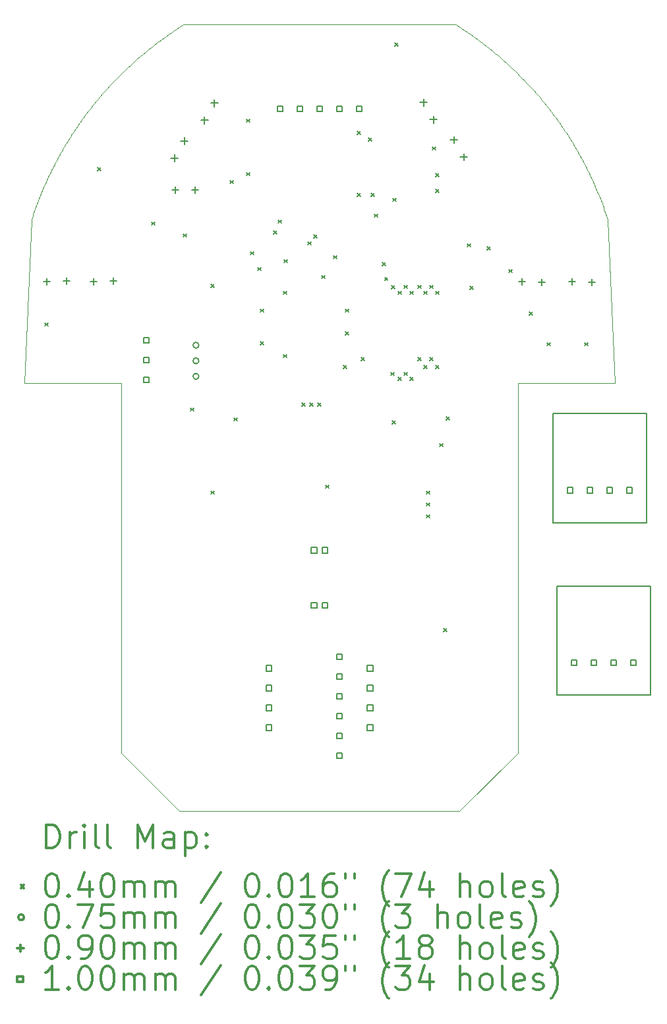
<source format=gbr>
%FSLAX45Y45*%
G04 Gerber Fmt 4.5, Leading zero omitted, Abs format (unit mm)*
G04 Created by KiCad (PCBNEW no-vcs-found-0b1eb56~60~ubuntu17.04.1) date Sun Nov  5 23:12:28 2017*
%MOMM*%
%LPD*%
G01*
G04 APERTURE LIST*
%ADD10C,0.150000*%
%ADD11C,0.100000*%
%ADD12C,0.200000*%
%ADD13C,0.300000*%
G04 APERTURE END LIST*
D10*
X4250000Y-106000D02*
X4250000Y-1506000D01*
X3050000Y-106000D02*
X4250000Y-106000D01*
X3050000Y-1506000D02*
X3050000Y-106000D01*
X4250000Y-1506000D02*
X3050000Y-1506000D01*
X4202000Y2105000D02*
X4202000Y705000D01*
X3002000Y2105000D02*
X4202000Y2105000D01*
X3002000Y705000D02*
X3002000Y2105000D01*
X4202000Y705000D02*
X3002000Y705000D01*
D11*
X2546118Y6472118D02*
X2529642Y6488594D01*
X2865045Y6123769D02*
X2849746Y6142598D01*
X2477860Y6538022D02*
X2460207Y6554498D01*
X2788550Y6214386D02*
X2773251Y6232039D01*
X3248700Y5585946D02*
X3235755Y5605952D01*
X3260469Y5565939D02*
X3248700Y5585946D01*
X-2351956Y6653354D02*
X-2369609Y6636878D01*
X2408425Y6601572D02*
X2390773Y6618048D01*
X-2639109Y6376793D02*
X-2655585Y6360317D01*
X-2623810Y6394445D02*
X-2639109Y6376793D01*
X-2750900Y6256753D02*
X-2766199Y6239100D01*
X-2735601Y6274406D02*
X-2750900Y6256753D01*
X-2842695Y6150836D02*
X-2857994Y6132007D01*
X-2827396Y6168489D02*
X-2842695Y6150836D01*
X-1829432Y7049954D02*
X-1848262Y7037009D01*
X-3368749Y5375288D02*
X-3380518Y5355282D01*
X-3358158Y5396472D02*
X-3368749Y5375288D01*
X-2873293Y6114354D02*
X-2887415Y6095524D01*
X-2857994Y6132007D02*
X-2873293Y6114354D01*
X-3346389Y5416478D02*
X-3358158Y5396472D01*
X-3334621Y5437662D02*
X-3346389Y5416478D01*
X-2078925Y6874603D02*
X-2097755Y6860480D01*
X3146314Y5744821D02*
X3133368Y5764828D01*
X3160436Y5724815D02*
X3146314Y5744821D01*
X-3412293Y5292909D02*
X-3422885Y5271725D01*
X-3401701Y5312915D02*
X-3412293Y5292909D01*
X-3685324Y4644461D02*
X-3692385Y4622101D01*
X-3678262Y4666821D02*
X-3685324Y4644461D01*
X-1868268Y7024063D02*
X-1888275Y7011118D01*
X-3433476Y5250542D02*
X-3444068Y5229358D01*
X-3422885Y5271725D02*
X-3433476Y5250542D01*
X-1888275Y7011118D02*
X-1907104Y6996996D01*
X-2540253Y6476825D02*
X-2557906Y6460349D01*
X-2523777Y6493301D02*
X-2540253Y6476825D01*
X-1809425Y7062899D02*
X-1829432Y7049954D01*
X1869425Y7022886D02*
X1849419Y7035832D01*
X-2403738Y6606279D02*
X-2421390Y6589803D01*
X2996853Y5956655D02*
X2982731Y5975485D01*
X-3494673Y5123441D02*
X-3505265Y5102258D01*
X-3485258Y5144625D02*
X-3494673Y5123441D01*
X2302508Y6695720D02*
X2283679Y6711020D01*
X-3638249Y4777446D02*
X-3646487Y4755086D01*
X-3631188Y4799806D02*
X-3638249Y4777446D01*
X-3533509Y5038708D02*
X-3542924Y5016347D01*
X-3524094Y5059891D02*
X-3533509Y5038708D01*
X2266026Y6726319D02*
X2248373Y6741618D01*
X-3126317Y5776596D02*
X-3139263Y5756590D01*
X-3112195Y5795426D02*
X-3126317Y5776596D01*
X3432290Y5255249D02*
X3420521Y5276433D01*
X3441705Y5234066D02*
X3432290Y5255249D01*
X-1789419Y7074668D02*
X-1809425Y7062899D01*
X2229543Y6755740D02*
X2211891Y6771039D01*
X1849419Y7035832D02*
X1829412Y7048777D01*
X-3474666Y5165808D02*
X-3485258Y5144625D01*
X-3465252Y5186992D02*
X-3474666Y5165808D01*
X-1945941Y6971105D02*
X-1964770Y6956982D01*
X-2439043Y6574504D02*
X-2455519Y6558028D01*
X-2421390Y6589803D02*
X-2439043Y6574504D01*
X-2473172Y6542729D02*
X-2489648Y6526253D01*
X-2455519Y6558028D02*
X-2473172Y6542729D01*
X-3605297Y4864533D02*
X-3613535Y4843350D01*
X-3597059Y4886893D02*
X-3605297Y4864533D01*
X1888255Y7009941D02*
X1869425Y7022886D01*
X-2060096Y6888725D02*
X-2078925Y6874603D01*
X-2171897Y6802814D02*
X-2189550Y6788692D01*
X2894467Y6087286D02*
X2880344Y6106116D01*
X-1769412Y7087613D02*
X-1789419Y7074668D01*
X2426078Y6586273D02*
X2408425Y6601572D01*
X-3622950Y4820989D02*
X-3631188Y4799806D01*
X-3613535Y4843350D02*
X-3622950Y4820989D01*
X-2003607Y6929915D02*
X-2022436Y6916969D01*
X1928268Y6982873D02*
X1908262Y6996996D01*
X2373120Y6633347D02*
X2355467Y6649823D01*
X2495513Y6521546D02*
X2477860Y6538022D01*
X2390773Y6618048D02*
X2373120Y6633347D01*
X1908262Y6996996D02*
X1888255Y7009941D01*
X-3454660Y5208175D02*
X-3465252Y5186992D01*
X-3444068Y5229358D02*
X-3454660Y5208175D01*
X-1750583Y7100559D02*
X-1769412Y7087613D01*
X2562594Y6455642D02*
X2546118Y6472118D01*
X2460207Y6554498D02*
X2443731Y6569797D01*
X1965928Y6955806D02*
X1947098Y6969928D01*
X-2507301Y6509777D02*
X-2523777Y6493301D01*
X-2489648Y6526253D02*
X-2507301Y6509777D01*
X2612021Y6405037D02*
X2595545Y6421513D01*
X-2902715Y6077871D02*
X-2916837Y6059042D01*
X-2887415Y6095524D02*
X-2902715Y6077871D01*
X-2672061Y6342664D02*
X-2687360Y6326188D01*
X-2655585Y6360317D02*
X-2672061Y6342664D01*
X3198095Y5665972D02*
X3185150Y5685978D01*
X3211041Y5645965D02*
X3198095Y5665972D01*
X2694401Y6319127D02*
X2677925Y6336779D01*
X-1925934Y6984050D02*
X-1945941Y6971105D01*
X-3670024Y4689182D02*
X-3678262Y4666821D01*
X-3662963Y4711542D02*
X-3670024Y4689182D01*
X-2607334Y6410921D02*
X-2623810Y6394445D01*
X-2590858Y6427397D02*
X-2607334Y6410921D01*
X-3300492Y5498858D02*
X-3312260Y5477675D01*
X-3288723Y5518865D02*
X-3300492Y5498858D01*
X-2387262Y6621579D02*
X-2403738Y6606279D01*
X-2369609Y6636878D02*
X-2387262Y6621579D01*
X3173382Y5705985D02*
X3160436Y5724815D01*
X3185150Y5685978D02*
X3173382Y5705985D01*
X1947098Y6969928D02*
X1928268Y6982873D01*
X-2334303Y6668653D02*
X-2351956Y6653354D01*
X-2316650Y6683952D02*
X-2334303Y6668653D01*
X-2703836Y6308535D02*
X-2719135Y6292059D01*
X-2687360Y6326188D02*
X-2703836Y6308535D01*
X2355467Y6649823D02*
X2337814Y6665122D01*
X2953309Y6013144D02*
X2939187Y6031974D01*
X-2116585Y6846358D02*
X-2134238Y6832236D01*
X2628497Y6388561D02*
X2612021Y6405037D01*
X2248373Y6741618D02*
X2229543Y6755740D01*
X-1907104Y6996996D02*
X-1925934Y6984050D01*
X2644973Y6370908D02*
X2628497Y6388561D01*
X1800024Y-3000361D02*
X2550187Y-2250197D01*
X-2550207Y-2250197D02*
X-1800043Y-3000361D01*
X2773251Y6232039D02*
X2757952Y6249692D01*
X2677925Y6336779D02*
X2661449Y6354432D01*
X2982731Y5975485D02*
X2968609Y5994314D01*
X2939187Y6031974D02*
X2923888Y6050804D01*
X1750563Y7100559D02*
X-1750583Y7100559D01*
X2211891Y6771039D02*
X2193061Y6786338D01*
X3272237Y5544756D02*
X3260469Y5565939D01*
X3285183Y5524749D02*
X3272237Y5544756D01*
X-3099249Y5815432D02*
X-3112195Y5795426D01*
X-3086304Y5834262D02*
X-3099249Y5815432D01*
X3409930Y5297616D02*
X3399338Y5318799D01*
X3420521Y5276433D02*
X3409930Y5297616D01*
X-3569992Y4951620D02*
X-3579407Y4930437D01*
X-3561754Y4973981D02*
X-3569992Y4951620D01*
X2819148Y6177904D02*
X2803849Y6196734D01*
X2004764Y6928738D02*
X1985934Y6942860D01*
X-3202813Y5658911D02*
X-3215758Y5638904D01*
X-3189867Y5678917D02*
X-3202813Y5658911D01*
X-3276955Y5538871D02*
X-3288723Y5518865D01*
X-3265186Y5558878D02*
X-3276955Y5538871D01*
X-3252241Y5578884D02*
X-3265186Y5558878D01*
X-3240472Y5598891D02*
X-3252241Y5578884D01*
X2283679Y6711020D02*
X2266026Y6726319D01*
X2923888Y6050804D02*
X2909766Y6068456D01*
X-3391110Y5334099D02*
X-3401701Y5312915D01*
X-3380518Y5355282D02*
X-3391110Y5334099D01*
X-3324029Y5457668D02*
X-3334621Y5437662D01*
X-3312260Y5477675D02*
X-3324029Y5457668D01*
X2579069Y6439166D02*
X2562594Y6455642D01*
X3223986Y5625959D02*
X3211041Y5645965D01*
X3235755Y5605952D02*
X3223986Y5625959D01*
X3039220Y5900166D02*
X3025098Y5918996D01*
X-2574382Y6443873D02*
X-2590858Y6427397D01*
X-2557906Y6460349D02*
X-2574382Y6443873D01*
X-1800043Y-3000361D02*
X1800024Y-3000361D01*
X2550187Y-2250197D02*
X2550187Y2500165D01*
X-2550207Y2500165D02*
X-2550207Y-2250197D01*
X2550187Y2500165D02*
X3790769Y2500165D01*
X-2550207Y2500165D02*
X-3790778Y2500165D01*
X3366386Y5381173D02*
X3354617Y5401179D01*
X3376978Y5359989D02*
X3366386Y5381173D01*
X-3178099Y5697747D02*
X-3189867Y5678917D01*
X-3165153Y5717753D02*
X-3178099Y5697747D01*
X2661449Y6354432D02*
X2644973Y6370908D01*
X2337814Y6665122D02*
X2320161Y6680421D01*
X1985934Y6942860D02*
X1965928Y6955806D01*
X3344026Y5422363D02*
X3332257Y5443546D01*
X3354617Y5401179D02*
X3344026Y5422363D01*
X-2226032Y6759271D02*
X-2244862Y6743972D01*
X-2208380Y6773393D02*
X-2226032Y6759271D01*
X-3152208Y5737760D02*
X-3165153Y5717753D01*
X-3139263Y5756590D02*
X-3152208Y5737760D01*
X-2153067Y6818113D02*
X-2171897Y6802814D01*
X3010975Y5937825D02*
X2996853Y5956655D01*
X3388746Y5338806D02*
X3376978Y5359989D01*
X3399338Y5318799D02*
X3388746Y5338806D01*
X-3588821Y4909254D02*
X-3597059Y4886893D01*
X-3579407Y4930437D02*
X-3588821Y4909254D01*
X3654715Y4733902D02*
X3646478Y4756262D01*
X3661777Y4711542D02*
X3654715Y4733902D01*
X3638240Y4778623D02*
X3630002Y4800983D01*
X3646478Y4756262D02*
X3638240Y4778623D01*
X3621764Y4823343D02*
X3613526Y4844527D01*
X3630002Y4800983D02*
X3621764Y4823343D01*
X3605288Y4866887D02*
X3595873Y4889247D01*
X3613526Y4844527D02*
X3605288Y4866887D01*
X3587635Y4910430D02*
X3578220Y4932791D01*
X3595873Y4889247D02*
X3587635Y4910430D01*
X3569982Y4955151D02*
X3560567Y4976334D01*
X3578220Y4932791D02*
X3569982Y4955151D01*
X3551152Y4998695D02*
X3541737Y5019878D01*
X3560567Y4976334D02*
X3551152Y4998695D01*
X3532323Y5041061D02*
X3522908Y5063422D01*
X3541737Y5019878D02*
X3532323Y5041061D01*
X3699436Y4599741D02*
X3692375Y4622101D01*
X3790769Y2500165D02*
X3699436Y4599741D01*
X-2960380Y6003729D02*
X-2974503Y5986076D01*
X-2946258Y6022559D02*
X-2960380Y6003729D01*
X3685314Y4644461D02*
X3678253Y4666821D01*
X3692375Y4622101D02*
X3685314Y4644461D01*
X-2932136Y6041389D02*
X-2946258Y6022559D01*
X-2916837Y6059042D02*
X-2932136Y6041389D01*
X-3016870Y5929587D02*
X-3030992Y5910758D01*
X-3002747Y5948417D02*
X-3016870Y5929587D01*
X3670015Y4689182D02*
X3661777Y4711542D01*
X3678253Y4666821D02*
X3670015Y4689182D01*
X-3227527Y5618897D02*
X-3240472Y5598891D01*
X-3215758Y5638904D02*
X-3227527Y5618897D01*
X2880344Y6106116D02*
X2865045Y6123769D01*
X1770570Y7087613D02*
X1750563Y7100559D01*
X3513493Y5084605D02*
X3502901Y5105788D01*
X3522908Y5063422D02*
X3513493Y5084605D01*
X-2988625Y5967247D02*
X-3002747Y5948417D01*
X-2974503Y5986076D02*
X-2988625Y5967247D01*
X3493486Y5128149D02*
X3482895Y5149332D01*
X3502901Y5105788D02*
X3493486Y5128149D01*
X3473480Y5170516D02*
X3462888Y5191699D01*
X3482895Y5149332D02*
X3473480Y5170516D01*
X-3072182Y5853092D02*
X-3086304Y5834262D01*
X-3059236Y5871921D02*
X-3072182Y5853092D01*
X-3045114Y5891928D02*
X-3059236Y5871921D01*
X-3030992Y5910758D02*
X-3045114Y5891928D01*
X2511989Y6505070D02*
X2495513Y6521546D01*
X-2134238Y6832236D02*
X-2153067Y6818113D01*
X2043600Y6901670D02*
X2023594Y6914616D01*
X3093355Y5823670D02*
X3080410Y5842500D01*
X3107478Y5803664D02*
X3093355Y5823670D01*
X2023594Y6914616D02*
X2004764Y6928738D01*
X-2719125Y6292059D02*
X-2735601Y6274406D01*
X3052165Y5881336D02*
X3039220Y5900166D01*
X2081259Y6873426D02*
X2062430Y6887548D01*
X-2298997Y6699251D02*
X-2316650Y6683952D01*
X-2022436Y6916969D02*
X-2041266Y6902847D01*
X2062430Y6887548D02*
X2043600Y6901670D01*
X2803849Y6196734D02*
X2788550Y6214386D01*
X1789399Y7074668D02*
X1770570Y7087613D01*
X3320488Y5463553D02*
X3308720Y5483559D01*
X3332257Y5443546D02*
X3320488Y5463553D01*
X-2280168Y6714550D02*
X-2298997Y6699251D01*
X-2262515Y6728672D02*
X-2280168Y6714550D01*
X-2041266Y6902847D02*
X-2060096Y6888725D01*
X-1964770Y6956982D02*
X-1983600Y6944037D01*
X2118919Y6844004D02*
X2100089Y6858127D01*
X2174231Y6800461D02*
X2155401Y6815760D01*
X2741476Y6267345D02*
X2726176Y6284998D01*
X-3552339Y4995164D02*
X-3561754Y4973981D01*
X-3542924Y5016347D02*
X-3552339Y4995164D01*
X2757952Y6249692D02*
X2741476Y6267345D01*
X-3699446Y4599741D02*
X-3790778Y2500165D01*
X-3692385Y4622101D02*
X-3699446Y4599741D01*
X-2781499Y6221448D02*
X-2797974Y6203795D01*
X-2766199Y6239100D02*
X-2781499Y6221448D01*
X2968609Y5994314D02*
X2953309Y6013144D01*
X2849746Y6142598D02*
X2834447Y6160251D01*
X2100089Y6858127D02*
X2081259Y6873426D01*
X-1983600Y6944037D02*
X-2003607Y6929915D01*
X2529642Y6488594D02*
X2511989Y6505070D01*
X3120423Y5783657D02*
X3107478Y5803664D01*
X3133368Y5764828D02*
X3120423Y5783657D01*
X1809406Y7061723D02*
X1789399Y7074668D01*
X3296951Y5504743D02*
X3285183Y5524749D01*
X3308720Y5483559D02*
X3296951Y5504743D01*
X2320161Y6680421D02*
X2302508Y6695720D01*
X-3514680Y5081075D02*
X-3524094Y5059891D01*
X-3505265Y5102258D02*
X-3514680Y5081075D01*
X2155401Y6815760D02*
X2137749Y6829882D01*
X-3654725Y4732725D02*
X-3662963Y4711542D01*
X-3646487Y4755086D02*
X-3654725Y4732725D01*
X2137749Y6829882D02*
X2118919Y6844004D01*
X-2189550Y6788692D02*
X-2208380Y6773393D01*
X2834447Y6160251D02*
X2819148Y6177904D01*
X3025098Y5918996D02*
X3010975Y5937825D01*
X3066288Y5861330D02*
X3052165Y5881336D01*
X3080410Y5842500D02*
X3066288Y5861330D01*
X-2813274Y6186142D02*
X-2827396Y6168489D01*
X-2797974Y6203795D02*
X-2813274Y6186142D01*
X2726176Y6284998D02*
X2709700Y6302651D01*
X2595545Y6421513D02*
X2579069Y6439166D01*
X1829412Y7048777D02*
X1809406Y7061723D01*
X3452296Y5212882D02*
X3441705Y5234066D01*
X3462888Y5191699D02*
X3452296Y5212882D01*
X-1848262Y7037009D02*
X-1868268Y7024063D01*
X2909766Y6068456D02*
X2894467Y6087286D01*
X2443731Y6569797D02*
X2426078Y6586273D01*
X-2097755Y6860480D02*
X-2116585Y6846358D01*
X-2244862Y6743972D02*
X-2262515Y6728672D01*
X2709700Y6302651D02*
X2694401Y6319127D01*
X2193061Y6786338D02*
X2174231Y6800461D01*
D12*
X-3525200Y3271200D02*
X-3485200Y3231200D01*
X-3485200Y3271200D02*
X-3525200Y3231200D01*
X-2852100Y5265100D02*
X-2812100Y5225100D01*
X-2812100Y5265100D02*
X-2852100Y5225100D01*
X-2153600Y4566600D02*
X-2113600Y4526600D01*
X-2113600Y4566600D02*
X-2153600Y4526600D01*
X-1747200Y4414200D02*
X-1707200Y4374200D01*
X-1707200Y4414200D02*
X-1747200Y4374200D01*
X-1658300Y2179000D02*
X-1618300Y2139000D01*
X-1618300Y2179000D02*
X-1658300Y2139000D01*
X-1391600Y3766500D02*
X-1351600Y3726500D01*
X-1351600Y3766500D02*
X-1391600Y3726500D01*
X-1391600Y1112200D02*
X-1351600Y1072200D01*
X-1351600Y1112200D02*
X-1391600Y1072200D01*
X-1150300Y5100000D02*
X-1110300Y5060000D01*
X-1110300Y5100000D02*
X-1150300Y5060000D01*
X-1099500Y2052000D02*
X-1059500Y2012000D01*
X-1059500Y2052000D02*
X-1099500Y2012000D01*
X-934400Y5887400D02*
X-894400Y5847400D01*
X-894400Y5887400D02*
X-934400Y5847400D01*
X-934400Y5201600D02*
X-894400Y5161600D01*
X-894400Y5201600D02*
X-934400Y5161600D01*
X-883600Y4185600D02*
X-843600Y4145600D01*
X-843600Y4185600D02*
X-883600Y4145600D01*
X-794700Y3982400D02*
X-754700Y3942400D01*
X-754700Y3982400D02*
X-794700Y3942400D01*
X-756600Y3449000D02*
X-716600Y3409000D01*
X-716600Y3449000D02*
X-756600Y3409000D01*
X-756600Y3029900D02*
X-716600Y2989900D01*
X-716600Y3029900D02*
X-756600Y2989900D01*
X-591500Y4452300D02*
X-551500Y4412300D01*
X-551500Y4452300D02*
X-591500Y4412300D01*
X-528000Y4592000D02*
X-488000Y4552000D01*
X-488000Y4592000D02*
X-528000Y4552000D01*
X-464500Y3677600D02*
X-424500Y3637600D01*
X-424500Y3677600D02*
X-464500Y3637600D01*
X-464500Y2864800D02*
X-424500Y2824800D01*
X-424500Y2864800D02*
X-464500Y2824800D01*
X-451800Y4084000D02*
X-411800Y4044000D01*
X-411800Y4084000D02*
X-451800Y4044000D01*
X-223200Y2242500D02*
X-183200Y2202500D01*
X-183200Y2242500D02*
X-223200Y2202500D01*
X-147000Y4312600D02*
X-107000Y4272600D01*
X-107000Y4312600D02*
X-147000Y4272600D01*
X-121600Y2242500D02*
X-81600Y2202500D01*
X-81600Y2242500D02*
X-121600Y2202500D01*
X-70800Y4401500D02*
X-30800Y4361500D01*
X-30800Y4401500D02*
X-70800Y4361500D01*
X-20000Y2242500D02*
X20000Y2202500D01*
X20000Y2242500D02*
X-20000Y2202500D01*
X30800Y3880800D02*
X70800Y3840800D01*
X70800Y3880800D02*
X30800Y3840800D01*
X81598Y1188400D02*
X121598Y1148400D01*
X121598Y1188400D02*
X81598Y1148400D01*
X183200Y4134800D02*
X223200Y4094800D01*
X223200Y4134800D02*
X183200Y4094800D01*
X310200Y2725099D02*
X350200Y2685099D01*
X350200Y2725099D02*
X310200Y2685099D01*
X335600Y3449000D02*
X375600Y3409000D01*
X375600Y3449000D02*
X335600Y3409000D01*
X335600Y3156900D02*
X375600Y3116900D01*
X375600Y3156900D02*
X335600Y3116900D01*
X486118Y5728501D02*
X526118Y5688501D01*
X526118Y5728501D02*
X486118Y5688501D01*
X488000Y4934900D02*
X528000Y4894900D01*
X528000Y4934900D02*
X488000Y4894900D01*
X538800Y2826700D02*
X578800Y2786700D01*
X578800Y2826700D02*
X538800Y2786700D01*
X627700Y5643500D02*
X667700Y5603500D01*
X667700Y5643500D02*
X627700Y5603500D01*
X665800Y4934900D02*
X705800Y4894900D01*
X705800Y4934900D02*
X665800Y4894900D01*
X703900Y4668200D02*
X743900Y4628200D01*
X743900Y4668200D02*
X703900Y4628200D01*
X805500Y4045900D02*
X845500Y4005900D01*
X845500Y4045900D02*
X805500Y4005900D01*
X836602Y3855400D02*
X876602Y3815400D01*
X876602Y3855400D02*
X836602Y3815400D01*
X919800Y2636200D02*
X959800Y2596200D01*
X959800Y2636200D02*
X919800Y2596200D01*
X926041Y3747863D02*
X966041Y3707863D01*
X966041Y3747863D02*
X926041Y3707863D01*
X932500Y2013900D02*
X972500Y1973900D01*
X972500Y2013900D02*
X932500Y1973900D01*
X945200Y4871400D02*
X985200Y4831400D01*
X985200Y4871400D02*
X945200Y4831400D01*
X970600Y6865300D02*
X1010600Y6825300D01*
X1010600Y6865300D02*
X970600Y6825300D01*
X1008578Y2572596D02*
X1048578Y2532596D01*
X1048578Y2572596D02*
X1008578Y2532596D01*
X1008700Y3677600D02*
X1048700Y3637600D01*
X1048700Y3677600D02*
X1008700Y3637600D01*
X1084795Y2637336D02*
X1124795Y2597336D01*
X1124795Y2637336D02*
X1084795Y2597336D01*
X1084900Y3753800D02*
X1124900Y3713800D01*
X1124900Y3753800D02*
X1084900Y3713800D01*
X1161100Y3677600D02*
X1201100Y3637600D01*
X1201100Y3677600D02*
X1161100Y3637600D01*
X1161100Y2572701D02*
X1201100Y2532701D01*
X1201100Y2572701D02*
X1161100Y2532701D01*
X1262700Y3753800D02*
X1302700Y3713800D01*
X1302700Y3753800D02*
X1262700Y3713800D01*
X1262700Y2826700D02*
X1302700Y2786700D01*
X1302700Y2826700D02*
X1262700Y2786700D01*
X1338900Y3677600D02*
X1378900Y3637600D01*
X1378900Y3677600D02*
X1338900Y3637600D01*
X1339111Y2725311D02*
X1379111Y2685311D01*
X1379111Y2725311D02*
X1339111Y2685311D01*
X1377000Y959800D02*
X1417000Y919800D01*
X1417000Y959800D02*
X1377000Y919800D01*
X1377001Y1112200D02*
X1417001Y1072200D01*
X1417001Y1112200D02*
X1377001Y1072200D01*
X1377003Y807400D02*
X1417003Y767400D01*
X1417003Y807400D02*
X1377003Y767400D01*
X1415100Y3753800D02*
X1455100Y3713800D01*
X1455100Y3753800D02*
X1415100Y3713800D01*
X1415100Y2826700D02*
X1455100Y2786700D01*
X1455100Y2826700D02*
X1415100Y2786700D01*
X1453200Y5531800D02*
X1493200Y5491800D01*
X1493200Y5531800D02*
X1453200Y5491800D01*
X1491299Y4985700D02*
X1531299Y4945700D01*
X1531299Y4985700D02*
X1491299Y4945700D01*
X1491300Y5188900D02*
X1531300Y5148900D01*
X1531300Y5188900D02*
X1491300Y5148900D01*
X1491300Y3677601D02*
X1531300Y3637601D01*
X1531300Y3677601D02*
X1491300Y3637601D01*
X1493534Y2727334D02*
X1533534Y2687334D01*
X1533534Y2727334D02*
X1493534Y2687334D01*
X1542101Y1721800D02*
X1582101Y1681800D01*
X1582101Y1721800D02*
X1542101Y1681800D01*
X1592900Y-653100D02*
X1632900Y-693100D01*
X1632900Y-653100D02*
X1592900Y-693100D01*
X1631000Y2064700D02*
X1671000Y2024700D01*
X1671000Y2064700D02*
X1631000Y2024700D01*
X1897700Y4287200D02*
X1937700Y4247200D01*
X1937700Y4287200D02*
X1897700Y4247200D01*
X1935800Y3741100D02*
X1975800Y3701100D01*
X1975800Y3741100D02*
X1935800Y3701100D01*
X2151701Y4249100D02*
X2191701Y4209100D01*
X2191701Y4249100D02*
X2151701Y4209100D01*
X2431100Y3957000D02*
X2471100Y3917000D01*
X2471100Y3957000D02*
X2431100Y3917000D01*
X2697799Y3410900D02*
X2737799Y3370900D01*
X2737799Y3410900D02*
X2697799Y3370900D01*
X2926400Y3017200D02*
X2966400Y2977200D01*
X2966400Y3017200D02*
X2926400Y2977200D01*
X3409000Y3017200D02*
X3449000Y2977200D01*
X3449000Y3017200D02*
X3409000Y2977200D01*
X-1550000Y2984500D02*
G75*
G03X-1550000Y2984500I-37500J0D01*
G01*
X-1550000Y2784500D02*
G75*
G03X-1550000Y2784500I-37500J0D01*
G01*
X-1550000Y2584500D02*
G75*
G03X-1550000Y2584500I-37500J0D01*
G01*
X-1476270Y5919369D02*
X-1476270Y5829369D01*
X-1521270Y5874369D02*
X-1431270Y5874369D01*
X-1349270Y6139340D02*
X-1349270Y6049340D01*
X-1394270Y6094340D02*
X-1304270Y6094340D01*
X1724780Y5668500D02*
X1724780Y5578501D01*
X1679780Y5623500D02*
X1769780Y5623500D01*
X1851780Y5448530D02*
X1851780Y5358530D01*
X1806780Y5403530D02*
X1896780Y5403530D01*
X-3504905Y3846195D02*
X-3504905Y3756195D01*
X-3549905Y3801195D02*
X-3459905Y3801195D01*
X-3251060Y3855060D02*
X-3251060Y3765060D01*
X-3296060Y3810060D02*
X-3206060Y3810060D01*
X2599445Y3846284D02*
X2599445Y3756284D01*
X2554445Y3801284D02*
X2644445Y3801284D01*
X2853290Y3837420D02*
X2853290Y3747420D01*
X2808290Y3792420D02*
X2898290Y3792420D01*
X3245535Y3846284D02*
X3245535Y3756284D01*
X3200535Y3801284D02*
X3290535Y3801284D01*
X3499380Y3837420D02*
X3499380Y3747420D01*
X3454380Y3792420D02*
X3544380Y3792420D01*
X-1863450Y5432160D02*
X-1863450Y5342160D01*
X-1908450Y5387160D02*
X-1818450Y5387160D01*
X-1736450Y5652130D02*
X-1736450Y5562130D01*
X-1781450Y5607130D02*
X-1691450Y5607130D01*
X-1854200Y5023400D02*
X-1854200Y4933400D01*
X-1899200Y4978400D02*
X-1809200Y4978400D01*
X-1600200Y5023400D02*
X-1600200Y4933400D01*
X-1645200Y4978400D02*
X-1555200Y4978400D01*
X1336420Y6146310D02*
X1336420Y6056310D01*
X1291420Y6101310D02*
X1381420Y6101310D01*
X1463420Y5926340D02*
X1463420Y5836340D01*
X1418420Y5881340D02*
X1508420Y5881340D01*
X-2901185Y3846195D02*
X-2901185Y3756195D01*
X-2946185Y3801195D02*
X-2856185Y3801195D01*
X-2647340Y3855060D02*
X-2647340Y3765060D01*
X-2692340Y3810060D02*
X-2602340Y3810060D01*
X3304356Y-1125556D02*
X3304356Y-1054844D01*
X3233644Y-1054844D01*
X3233644Y-1125556D01*
X3304356Y-1125556D01*
X3558356Y-1125556D02*
X3558356Y-1054844D01*
X3487644Y-1054844D01*
X3487644Y-1125556D01*
X3558356Y-1125556D01*
X3812356Y-1125556D02*
X3812356Y-1054844D01*
X3741644Y-1054844D01*
X3741644Y-1125556D01*
X3812356Y-1125556D01*
X4066356Y-1125556D02*
X4066356Y-1054844D01*
X3995644Y-1054844D01*
X3995644Y-1125556D01*
X4066356Y-1125556D01*
X3256356Y1085444D02*
X3256356Y1156156D01*
X3185644Y1156156D01*
X3185644Y1085444D01*
X3256356Y1085444D01*
X3510356Y1085444D02*
X3510356Y1156156D01*
X3439644Y1156156D01*
X3439644Y1085444D01*
X3510356Y1085444D01*
X3764356Y1085444D02*
X3764356Y1156156D01*
X3693644Y1156156D01*
X3693644Y1085444D01*
X3764356Y1085444D01*
X4018356Y1085444D02*
X4018356Y1156156D01*
X3947644Y1156156D01*
X3947644Y1085444D01*
X4018356Y1085444D01*
X-472644Y5984444D02*
X-472644Y6055156D01*
X-543356Y6055156D01*
X-543356Y5984444D01*
X-472644Y5984444D01*
X-218644Y5984444D02*
X-218644Y6055156D01*
X-289356Y6055156D01*
X-289356Y5984444D01*
X-218644Y5984444D01*
X35356Y5984444D02*
X35356Y6055156D01*
X-35356Y6055156D01*
X-35356Y5984444D01*
X35356Y5984444D01*
X289356Y5984444D02*
X289356Y6055156D01*
X218644Y6055156D01*
X218644Y5984444D01*
X289356Y5984444D01*
X543356Y5984444D02*
X543356Y6055156D01*
X472644Y6055156D01*
X472644Y5984444D01*
X543356Y5984444D01*
X289356Y-1051356D02*
X289356Y-980644D01*
X218644Y-980644D01*
X218644Y-1051356D01*
X289356Y-1051356D01*
X289356Y-1305356D02*
X289356Y-1234644D01*
X218644Y-1234644D01*
X218644Y-1305356D01*
X289356Y-1305356D01*
X289356Y-1559356D02*
X289356Y-1488644D01*
X218644Y-1488644D01*
X218644Y-1559356D01*
X289356Y-1559356D01*
X289356Y-1813356D02*
X289356Y-1742644D01*
X218644Y-1742644D01*
X218644Y-1813356D01*
X289356Y-1813356D01*
X289356Y-2067356D02*
X289356Y-1996644D01*
X218644Y-1996644D01*
X218644Y-2067356D01*
X289356Y-2067356D01*
X289356Y-2321356D02*
X289356Y-2250644D01*
X218644Y-2250644D01*
X218644Y-2321356D01*
X289356Y-2321356D01*
X-2187144Y3012644D02*
X-2187144Y3083356D01*
X-2257856Y3083356D01*
X-2257856Y3012644D01*
X-2187144Y3012644D01*
X-2187144Y2758644D02*
X-2187144Y2829356D01*
X-2257856Y2829356D01*
X-2257856Y2758644D01*
X-2187144Y2758644D01*
X-2187144Y2504644D02*
X-2187144Y2575356D01*
X-2257856Y2575356D01*
X-2257856Y2504644D01*
X-2187144Y2504644D01*
X-614644Y-1200356D02*
X-614644Y-1129644D01*
X-685356Y-1129644D01*
X-685356Y-1200356D01*
X-614644Y-1200356D01*
X-614644Y-1454356D02*
X-614644Y-1383644D01*
X-685356Y-1383644D01*
X-685356Y-1454356D01*
X-614644Y-1454356D01*
X-614644Y-1708356D02*
X-614644Y-1637644D01*
X-685356Y-1637644D01*
X-685356Y-1708356D01*
X-614644Y-1708356D01*
X-614644Y-1962356D02*
X-614644Y-1891644D01*
X-685356Y-1891644D01*
X-685356Y-1962356D01*
X-614644Y-1962356D01*
X-34644Y317644D02*
X-34644Y388356D01*
X-105356Y388356D01*
X-105356Y317644D01*
X-34644Y317644D01*
X-34644Y-388356D02*
X-34644Y-317644D01*
X-105356Y-317644D01*
X-105356Y-388356D01*
X-34644Y-388356D01*
X105356Y317644D02*
X105356Y388356D01*
X34644Y388356D01*
X34644Y317644D01*
X105356Y317644D01*
X105356Y-388356D02*
X105356Y-317644D01*
X34644Y-317644D01*
X34644Y-388356D01*
X105356Y-388356D01*
X685356Y-1200356D02*
X685356Y-1129644D01*
X614644Y-1129644D01*
X614644Y-1200356D01*
X685356Y-1200356D01*
X685356Y-1454356D02*
X685356Y-1383644D01*
X614644Y-1383644D01*
X614644Y-1454356D01*
X685356Y-1454356D01*
X685356Y-1708356D02*
X685356Y-1637644D01*
X614644Y-1637644D01*
X614644Y-1708356D01*
X685356Y-1708356D01*
X685356Y-1962356D02*
X685356Y-1891644D01*
X614644Y-1891644D01*
X614644Y-1962356D01*
X685356Y-1962356D01*
D13*
X-3509350Y-3471075D02*
X-3509350Y-3171075D01*
X-3437921Y-3171075D01*
X-3395064Y-3185361D01*
X-3366493Y-3213932D01*
X-3352207Y-3242504D01*
X-3337921Y-3299647D01*
X-3337921Y-3342504D01*
X-3352207Y-3399647D01*
X-3366493Y-3428218D01*
X-3395064Y-3456789D01*
X-3437921Y-3471075D01*
X-3509350Y-3471075D01*
X-3209350Y-3471075D02*
X-3209350Y-3271075D01*
X-3209350Y-3328218D02*
X-3195064Y-3299647D01*
X-3180779Y-3285361D01*
X-3152207Y-3271075D01*
X-3123636Y-3271075D01*
X-3023636Y-3471075D02*
X-3023636Y-3271075D01*
X-3023636Y-3171075D02*
X-3037921Y-3185361D01*
X-3023636Y-3199647D01*
X-3009350Y-3185361D01*
X-3023636Y-3171075D01*
X-3023636Y-3199647D01*
X-2837921Y-3471075D02*
X-2866493Y-3456789D01*
X-2880779Y-3428218D01*
X-2880779Y-3171075D01*
X-2680779Y-3471075D02*
X-2709350Y-3456789D01*
X-2723636Y-3428218D01*
X-2723636Y-3171075D01*
X-2337921Y-3471075D02*
X-2337921Y-3171075D01*
X-2237921Y-3385361D01*
X-2137921Y-3171075D01*
X-2137921Y-3471075D01*
X-1866493Y-3471075D02*
X-1866493Y-3313932D01*
X-1880779Y-3285361D01*
X-1909350Y-3271075D01*
X-1966493Y-3271075D01*
X-1995064Y-3285361D01*
X-1866493Y-3456789D02*
X-1895064Y-3471075D01*
X-1966493Y-3471075D01*
X-1995064Y-3456789D01*
X-2009350Y-3428218D01*
X-2009350Y-3399647D01*
X-1995064Y-3371075D01*
X-1966493Y-3356789D01*
X-1895064Y-3356789D01*
X-1866493Y-3342504D01*
X-1723636Y-3271075D02*
X-1723636Y-3571075D01*
X-1723636Y-3285361D02*
X-1695064Y-3271075D01*
X-1637921Y-3271075D01*
X-1609350Y-3285361D01*
X-1595064Y-3299647D01*
X-1580779Y-3328218D01*
X-1580779Y-3413932D01*
X-1595064Y-3442504D01*
X-1609350Y-3456789D01*
X-1637921Y-3471075D01*
X-1695064Y-3471075D01*
X-1723636Y-3456789D01*
X-1452207Y-3442504D02*
X-1437921Y-3456789D01*
X-1452207Y-3471075D01*
X-1466493Y-3456789D01*
X-1452207Y-3442504D01*
X-1452207Y-3471075D01*
X-1452207Y-3285361D02*
X-1437921Y-3299647D01*
X-1452207Y-3313932D01*
X-1466493Y-3299647D01*
X-1452207Y-3285361D01*
X-1452207Y-3313932D01*
X-3835779Y-3945361D02*
X-3795779Y-3985361D01*
X-3795779Y-3945361D02*
X-3835779Y-3985361D01*
X-3452207Y-3801075D02*
X-3423636Y-3801075D01*
X-3395064Y-3815361D01*
X-3380779Y-3829647D01*
X-3366493Y-3858218D01*
X-3352207Y-3915361D01*
X-3352207Y-3986789D01*
X-3366493Y-4043932D01*
X-3380779Y-4072504D01*
X-3395064Y-4086789D01*
X-3423636Y-4101075D01*
X-3452207Y-4101075D01*
X-3480779Y-4086789D01*
X-3495064Y-4072504D01*
X-3509350Y-4043932D01*
X-3523636Y-3986789D01*
X-3523636Y-3915361D01*
X-3509350Y-3858218D01*
X-3495064Y-3829647D01*
X-3480779Y-3815361D01*
X-3452207Y-3801075D01*
X-3223636Y-4072504D02*
X-3209350Y-4086789D01*
X-3223636Y-4101075D01*
X-3237921Y-4086789D01*
X-3223636Y-4072504D01*
X-3223636Y-4101075D01*
X-2952207Y-3901075D02*
X-2952207Y-4101075D01*
X-3023636Y-3786789D02*
X-3095064Y-4001075D01*
X-2909350Y-4001075D01*
X-2737921Y-3801075D02*
X-2709350Y-3801075D01*
X-2680779Y-3815361D01*
X-2666493Y-3829647D01*
X-2652207Y-3858218D01*
X-2637921Y-3915361D01*
X-2637921Y-3986789D01*
X-2652207Y-4043932D01*
X-2666493Y-4072504D01*
X-2680779Y-4086789D01*
X-2709350Y-4101075D01*
X-2737921Y-4101075D01*
X-2766493Y-4086789D01*
X-2780779Y-4072504D01*
X-2795064Y-4043932D01*
X-2809350Y-3986789D01*
X-2809350Y-3915361D01*
X-2795064Y-3858218D01*
X-2780779Y-3829647D01*
X-2766493Y-3815361D01*
X-2737921Y-3801075D01*
X-2509350Y-4101075D02*
X-2509350Y-3901075D01*
X-2509350Y-3929647D02*
X-2495064Y-3915361D01*
X-2466493Y-3901075D01*
X-2423636Y-3901075D01*
X-2395064Y-3915361D01*
X-2380779Y-3943932D01*
X-2380779Y-4101075D01*
X-2380779Y-3943932D02*
X-2366493Y-3915361D01*
X-2337921Y-3901075D01*
X-2295064Y-3901075D01*
X-2266493Y-3915361D01*
X-2252207Y-3943932D01*
X-2252207Y-4101075D01*
X-2109350Y-4101075D02*
X-2109350Y-3901075D01*
X-2109350Y-3929647D02*
X-2095064Y-3915361D01*
X-2066493Y-3901075D01*
X-2023636Y-3901075D01*
X-1995064Y-3915361D01*
X-1980779Y-3943932D01*
X-1980779Y-4101075D01*
X-1980779Y-3943932D02*
X-1966493Y-3915361D01*
X-1937921Y-3901075D01*
X-1895064Y-3901075D01*
X-1866493Y-3915361D01*
X-1852207Y-3943932D01*
X-1852207Y-4101075D01*
X-1266493Y-3786789D02*
X-1523636Y-4172504D01*
X-880779Y-3801075D02*
X-852207Y-3801075D01*
X-823636Y-3815361D01*
X-809350Y-3829647D01*
X-795064Y-3858218D01*
X-780779Y-3915361D01*
X-780779Y-3986789D01*
X-795064Y-4043932D01*
X-809350Y-4072504D01*
X-823636Y-4086789D01*
X-852207Y-4101075D01*
X-880779Y-4101075D01*
X-909350Y-4086789D01*
X-923636Y-4072504D01*
X-937921Y-4043932D01*
X-952207Y-3986789D01*
X-952207Y-3915361D01*
X-937921Y-3858218D01*
X-923636Y-3829647D01*
X-909350Y-3815361D01*
X-880779Y-3801075D01*
X-652207Y-4072504D02*
X-637921Y-4086789D01*
X-652207Y-4101075D01*
X-666493Y-4086789D01*
X-652207Y-4072504D01*
X-652207Y-4101075D01*
X-452207Y-3801075D02*
X-423636Y-3801075D01*
X-395064Y-3815361D01*
X-380779Y-3829647D01*
X-366493Y-3858218D01*
X-352207Y-3915361D01*
X-352207Y-3986789D01*
X-366493Y-4043932D01*
X-380779Y-4072504D01*
X-395064Y-4086789D01*
X-423636Y-4101075D01*
X-452207Y-4101075D01*
X-480779Y-4086789D01*
X-495064Y-4072504D01*
X-509350Y-4043932D01*
X-523636Y-3986789D01*
X-523636Y-3915361D01*
X-509350Y-3858218D01*
X-495064Y-3829647D01*
X-480779Y-3815361D01*
X-452207Y-3801075D01*
X-66493Y-4101075D02*
X-237921Y-4101075D01*
X-152207Y-4101075D02*
X-152207Y-3801075D01*
X-180779Y-3843932D01*
X-209350Y-3872504D01*
X-237921Y-3886789D01*
X190650Y-3801075D02*
X133507Y-3801075D01*
X104936Y-3815361D01*
X90650Y-3829647D01*
X62078Y-3872504D01*
X47793Y-3929647D01*
X47793Y-4043932D01*
X62078Y-4072504D01*
X76364Y-4086789D01*
X104936Y-4101075D01*
X162079Y-4101075D01*
X190650Y-4086789D01*
X204936Y-4072504D01*
X219221Y-4043932D01*
X219221Y-3972504D01*
X204936Y-3943932D01*
X190650Y-3929647D01*
X162079Y-3915361D01*
X104936Y-3915361D01*
X76364Y-3929647D01*
X62078Y-3943932D01*
X47793Y-3972504D01*
X333507Y-3801075D02*
X333507Y-3858218D01*
X447793Y-3801075D02*
X447793Y-3858218D01*
X890650Y-4215361D02*
X876364Y-4201075D01*
X847793Y-4158218D01*
X833507Y-4129647D01*
X819221Y-4086789D01*
X804936Y-4015361D01*
X804936Y-3958218D01*
X819221Y-3886789D01*
X833507Y-3843932D01*
X847793Y-3815361D01*
X876364Y-3772504D01*
X890650Y-3758218D01*
X976364Y-3801075D02*
X1176364Y-3801075D01*
X1047793Y-4101075D01*
X1419221Y-3901075D02*
X1419221Y-4101075D01*
X1347793Y-3786789D02*
X1276364Y-4001075D01*
X1462078Y-4001075D01*
X1804936Y-4101075D02*
X1804936Y-3801075D01*
X1933507Y-4101075D02*
X1933507Y-3943932D01*
X1919221Y-3915361D01*
X1890650Y-3901075D01*
X1847793Y-3901075D01*
X1819221Y-3915361D01*
X1804936Y-3929647D01*
X2119221Y-4101075D02*
X2090650Y-4086789D01*
X2076364Y-4072504D01*
X2062078Y-4043932D01*
X2062078Y-3958218D01*
X2076364Y-3929647D01*
X2090650Y-3915361D01*
X2119221Y-3901075D01*
X2162079Y-3901075D01*
X2190650Y-3915361D01*
X2204936Y-3929647D01*
X2219221Y-3958218D01*
X2219221Y-4043932D01*
X2204936Y-4072504D01*
X2190650Y-4086789D01*
X2162079Y-4101075D01*
X2119221Y-4101075D01*
X2390650Y-4101075D02*
X2362079Y-4086789D01*
X2347793Y-4058218D01*
X2347793Y-3801075D01*
X2619221Y-4086789D02*
X2590650Y-4101075D01*
X2533507Y-4101075D01*
X2504936Y-4086789D01*
X2490650Y-4058218D01*
X2490650Y-3943932D01*
X2504936Y-3915361D01*
X2533507Y-3901075D01*
X2590650Y-3901075D01*
X2619221Y-3915361D01*
X2633507Y-3943932D01*
X2633507Y-3972504D01*
X2490650Y-4001075D01*
X2747793Y-4086789D02*
X2776364Y-4101075D01*
X2833507Y-4101075D01*
X2862078Y-4086789D01*
X2876364Y-4058218D01*
X2876364Y-4043932D01*
X2862078Y-4015361D01*
X2833507Y-4001075D01*
X2790650Y-4001075D01*
X2762079Y-3986789D01*
X2747793Y-3958218D01*
X2747793Y-3943932D01*
X2762079Y-3915361D01*
X2790650Y-3901075D01*
X2833507Y-3901075D01*
X2862078Y-3915361D01*
X2976364Y-4215361D02*
X2990650Y-4201075D01*
X3019221Y-4158218D01*
X3033507Y-4129647D01*
X3047793Y-4086789D01*
X3062078Y-4015361D01*
X3062078Y-3958218D01*
X3047793Y-3886789D01*
X3033507Y-3843932D01*
X3019221Y-3815361D01*
X2990650Y-3772504D01*
X2976364Y-3758218D01*
X-3795779Y-4361361D02*
G75*
G03X-3795779Y-4361361I-37500J0D01*
G01*
X-3452207Y-4197075D02*
X-3423636Y-4197075D01*
X-3395064Y-4211361D01*
X-3380779Y-4225647D01*
X-3366493Y-4254218D01*
X-3352207Y-4311361D01*
X-3352207Y-4382789D01*
X-3366493Y-4439932D01*
X-3380779Y-4468504D01*
X-3395064Y-4482789D01*
X-3423636Y-4497075D01*
X-3452207Y-4497075D01*
X-3480779Y-4482789D01*
X-3495064Y-4468504D01*
X-3509350Y-4439932D01*
X-3523636Y-4382789D01*
X-3523636Y-4311361D01*
X-3509350Y-4254218D01*
X-3495064Y-4225647D01*
X-3480779Y-4211361D01*
X-3452207Y-4197075D01*
X-3223636Y-4468504D02*
X-3209350Y-4482789D01*
X-3223636Y-4497075D01*
X-3237921Y-4482789D01*
X-3223636Y-4468504D01*
X-3223636Y-4497075D01*
X-3109350Y-4197075D02*
X-2909350Y-4197075D01*
X-3037921Y-4497075D01*
X-2652207Y-4197075D02*
X-2795064Y-4197075D01*
X-2809350Y-4339932D01*
X-2795064Y-4325647D01*
X-2766493Y-4311361D01*
X-2695064Y-4311361D01*
X-2666493Y-4325647D01*
X-2652207Y-4339932D01*
X-2637921Y-4368504D01*
X-2637921Y-4439932D01*
X-2652207Y-4468504D01*
X-2666493Y-4482789D01*
X-2695064Y-4497075D01*
X-2766493Y-4497075D01*
X-2795064Y-4482789D01*
X-2809350Y-4468504D01*
X-2509350Y-4497075D02*
X-2509350Y-4297075D01*
X-2509350Y-4325647D02*
X-2495064Y-4311361D01*
X-2466493Y-4297075D01*
X-2423636Y-4297075D01*
X-2395064Y-4311361D01*
X-2380779Y-4339932D01*
X-2380779Y-4497075D01*
X-2380779Y-4339932D02*
X-2366493Y-4311361D01*
X-2337921Y-4297075D01*
X-2295064Y-4297075D01*
X-2266493Y-4311361D01*
X-2252207Y-4339932D01*
X-2252207Y-4497075D01*
X-2109350Y-4497075D02*
X-2109350Y-4297075D01*
X-2109350Y-4325647D02*
X-2095064Y-4311361D01*
X-2066493Y-4297075D01*
X-2023636Y-4297075D01*
X-1995064Y-4311361D01*
X-1980779Y-4339932D01*
X-1980779Y-4497075D01*
X-1980779Y-4339932D02*
X-1966493Y-4311361D01*
X-1937921Y-4297075D01*
X-1895064Y-4297075D01*
X-1866493Y-4311361D01*
X-1852207Y-4339932D01*
X-1852207Y-4497075D01*
X-1266493Y-4182789D02*
X-1523636Y-4568504D01*
X-880779Y-4197075D02*
X-852207Y-4197075D01*
X-823636Y-4211361D01*
X-809350Y-4225647D01*
X-795064Y-4254218D01*
X-780779Y-4311361D01*
X-780779Y-4382789D01*
X-795064Y-4439932D01*
X-809350Y-4468504D01*
X-823636Y-4482789D01*
X-852207Y-4497075D01*
X-880779Y-4497075D01*
X-909350Y-4482789D01*
X-923636Y-4468504D01*
X-937921Y-4439932D01*
X-952207Y-4382789D01*
X-952207Y-4311361D01*
X-937921Y-4254218D01*
X-923636Y-4225647D01*
X-909350Y-4211361D01*
X-880779Y-4197075D01*
X-652207Y-4468504D02*
X-637921Y-4482789D01*
X-652207Y-4497075D01*
X-666493Y-4482789D01*
X-652207Y-4468504D01*
X-652207Y-4497075D01*
X-452207Y-4197075D02*
X-423636Y-4197075D01*
X-395064Y-4211361D01*
X-380779Y-4225647D01*
X-366493Y-4254218D01*
X-352207Y-4311361D01*
X-352207Y-4382789D01*
X-366493Y-4439932D01*
X-380779Y-4468504D01*
X-395064Y-4482789D01*
X-423636Y-4497075D01*
X-452207Y-4497075D01*
X-480779Y-4482789D01*
X-495064Y-4468504D01*
X-509350Y-4439932D01*
X-523636Y-4382789D01*
X-523636Y-4311361D01*
X-509350Y-4254218D01*
X-495064Y-4225647D01*
X-480779Y-4211361D01*
X-452207Y-4197075D01*
X-252207Y-4197075D02*
X-66493Y-4197075D01*
X-166493Y-4311361D01*
X-123636Y-4311361D01*
X-95064Y-4325647D01*
X-80779Y-4339932D01*
X-66493Y-4368504D01*
X-66493Y-4439932D01*
X-80779Y-4468504D01*
X-95064Y-4482789D01*
X-123636Y-4497075D01*
X-209350Y-4497075D01*
X-237921Y-4482789D01*
X-252207Y-4468504D01*
X119221Y-4197075D02*
X147793Y-4197075D01*
X176364Y-4211361D01*
X190650Y-4225647D01*
X204936Y-4254218D01*
X219221Y-4311361D01*
X219221Y-4382789D01*
X204936Y-4439932D01*
X190650Y-4468504D01*
X176364Y-4482789D01*
X147793Y-4497075D01*
X119221Y-4497075D01*
X90650Y-4482789D01*
X76364Y-4468504D01*
X62078Y-4439932D01*
X47793Y-4382789D01*
X47793Y-4311361D01*
X62078Y-4254218D01*
X76364Y-4225647D01*
X90650Y-4211361D01*
X119221Y-4197075D01*
X333507Y-4197075D02*
X333507Y-4254218D01*
X447793Y-4197075D02*
X447793Y-4254218D01*
X890650Y-4611361D02*
X876364Y-4597075D01*
X847793Y-4554218D01*
X833507Y-4525647D01*
X819221Y-4482789D01*
X804936Y-4411361D01*
X804936Y-4354218D01*
X819221Y-4282789D01*
X833507Y-4239932D01*
X847793Y-4211361D01*
X876364Y-4168504D01*
X890650Y-4154218D01*
X976364Y-4197075D02*
X1162079Y-4197075D01*
X1062079Y-4311361D01*
X1104936Y-4311361D01*
X1133507Y-4325647D01*
X1147793Y-4339932D01*
X1162079Y-4368504D01*
X1162079Y-4439932D01*
X1147793Y-4468504D01*
X1133507Y-4482789D01*
X1104936Y-4497075D01*
X1019221Y-4497075D01*
X990650Y-4482789D01*
X976364Y-4468504D01*
X1519221Y-4497075D02*
X1519221Y-4197075D01*
X1647793Y-4497075D02*
X1647793Y-4339932D01*
X1633507Y-4311361D01*
X1604936Y-4297075D01*
X1562078Y-4297075D01*
X1533507Y-4311361D01*
X1519221Y-4325647D01*
X1833507Y-4497075D02*
X1804936Y-4482789D01*
X1790650Y-4468504D01*
X1776364Y-4439932D01*
X1776364Y-4354218D01*
X1790650Y-4325647D01*
X1804936Y-4311361D01*
X1833507Y-4297075D01*
X1876364Y-4297075D01*
X1904936Y-4311361D01*
X1919221Y-4325647D01*
X1933507Y-4354218D01*
X1933507Y-4439932D01*
X1919221Y-4468504D01*
X1904936Y-4482789D01*
X1876364Y-4497075D01*
X1833507Y-4497075D01*
X2104936Y-4497075D02*
X2076364Y-4482789D01*
X2062078Y-4454218D01*
X2062078Y-4197075D01*
X2333507Y-4482789D02*
X2304936Y-4497075D01*
X2247793Y-4497075D01*
X2219221Y-4482789D01*
X2204936Y-4454218D01*
X2204936Y-4339932D01*
X2219221Y-4311361D01*
X2247793Y-4297075D01*
X2304936Y-4297075D01*
X2333507Y-4311361D01*
X2347793Y-4339932D01*
X2347793Y-4368504D01*
X2204936Y-4397075D01*
X2462079Y-4482789D02*
X2490650Y-4497075D01*
X2547793Y-4497075D01*
X2576364Y-4482789D01*
X2590650Y-4454218D01*
X2590650Y-4439932D01*
X2576364Y-4411361D01*
X2547793Y-4397075D01*
X2504936Y-4397075D01*
X2476364Y-4382789D01*
X2462079Y-4354218D01*
X2462079Y-4339932D01*
X2476364Y-4311361D01*
X2504936Y-4297075D01*
X2547793Y-4297075D01*
X2576364Y-4311361D01*
X2690650Y-4611361D02*
X2704936Y-4597075D01*
X2733507Y-4554218D01*
X2747793Y-4525647D01*
X2762079Y-4482789D01*
X2776364Y-4411361D01*
X2776364Y-4354218D01*
X2762079Y-4282789D01*
X2747793Y-4239932D01*
X2733507Y-4211361D01*
X2704936Y-4168504D01*
X2690650Y-4154218D01*
X-3840779Y-4712361D02*
X-3840779Y-4802361D01*
X-3885779Y-4757361D02*
X-3795779Y-4757361D01*
X-3452207Y-4593075D02*
X-3423636Y-4593075D01*
X-3395064Y-4607361D01*
X-3380779Y-4621647D01*
X-3366493Y-4650218D01*
X-3352207Y-4707361D01*
X-3352207Y-4778789D01*
X-3366493Y-4835932D01*
X-3380779Y-4864504D01*
X-3395064Y-4878789D01*
X-3423636Y-4893075D01*
X-3452207Y-4893075D01*
X-3480779Y-4878789D01*
X-3495064Y-4864504D01*
X-3509350Y-4835932D01*
X-3523636Y-4778789D01*
X-3523636Y-4707361D01*
X-3509350Y-4650218D01*
X-3495064Y-4621647D01*
X-3480779Y-4607361D01*
X-3452207Y-4593075D01*
X-3223636Y-4864504D02*
X-3209350Y-4878789D01*
X-3223636Y-4893075D01*
X-3237921Y-4878789D01*
X-3223636Y-4864504D01*
X-3223636Y-4893075D01*
X-3066493Y-4893075D02*
X-3009350Y-4893075D01*
X-2980779Y-4878789D01*
X-2966493Y-4864504D01*
X-2937921Y-4821647D01*
X-2923636Y-4764504D01*
X-2923636Y-4650218D01*
X-2937921Y-4621647D01*
X-2952207Y-4607361D01*
X-2980779Y-4593075D01*
X-3037921Y-4593075D01*
X-3066493Y-4607361D01*
X-3080779Y-4621647D01*
X-3095064Y-4650218D01*
X-3095064Y-4721647D01*
X-3080779Y-4750218D01*
X-3066493Y-4764504D01*
X-3037921Y-4778789D01*
X-2980779Y-4778789D01*
X-2952207Y-4764504D01*
X-2937921Y-4750218D01*
X-2923636Y-4721647D01*
X-2737921Y-4593075D02*
X-2709350Y-4593075D01*
X-2680779Y-4607361D01*
X-2666493Y-4621647D01*
X-2652207Y-4650218D01*
X-2637921Y-4707361D01*
X-2637921Y-4778789D01*
X-2652207Y-4835932D01*
X-2666493Y-4864504D01*
X-2680779Y-4878789D01*
X-2709350Y-4893075D01*
X-2737921Y-4893075D01*
X-2766493Y-4878789D01*
X-2780779Y-4864504D01*
X-2795064Y-4835932D01*
X-2809350Y-4778789D01*
X-2809350Y-4707361D01*
X-2795064Y-4650218D01*
X-2780779Y-4621647D01*
X-2766493Y-4607361D01*
X-2737921Y-4593075D01*
X-2509350Y-4893075D02*
X-2509350Y-4693075D01*
X-2509350Y-4721647D02*
X-2495064Y-4707361D01*
X-2466493Y-4693075D01*
X-2423636Y-4693075D01*
X-2395064Y-4707361D01*
X-2380779Y-4735932D01*
X-2380779Y-4893075D01*
X-2380779Y-4735932D02*
X-2366493Y-4707361D01*
X-2337921Y-4693075D01*
X-2295064Y-4693075D01*
X-2266493Y-4707361D01*
X-2252207Y-4735932D01*
X-2252207Y-4893075D01*
X-2109350Y-4893075D02*
X-2109350Y-4693075D01*
X-2109350Y-4721647D02*
X-2095064Y-4707361D01*
X-2066493Y-4693075D01*
X-2023636Y-4693075D01*
X-1995064Y-4707361D01*
X-1980779Y-4735932D01*
X-1980779Y-4893075D01*
X-1980779Y-4735932D02*
X-1966493Y-4707361D01*
X-1937921Y-4693075D01*
X-1895064Y-4693075D01*
X-1866493Y-4707361D01*
X-1852207Y-4735932D01*
X-1852207Y-4893075D01*
X-1266493Y-4578789D02*
X-1523636Y-4964504D01*
X-880779Y-4593075D02*
X-852207Y-4593075D01*
X-823636Y-4607361D01*
X-809350Y-4621647D01*
X-795064Y-4650218D01*
X-780779Y-4707361D01*
X-780779Y-4778789D01*
X-795064Y-4835932D01*
X-809350Y-4864504D01*
X-823636Y-4878789D01*
X-852207Y-4893075D01*
X-880779Y-4893075D01*
X-909350Y-4878789D01*
X-923636Y-4864504D01*
X-937921Y-4835932D01*
X-952207Y-4778789D01*
X-952207Y-4707361D01*
X-937921Y-4650218D01*
X-923636Y-4621647D01*
X-909350Y-4607361D01*
X-880779Y-4593075D01*
X-652207Y-4864504D02*
X-637921Y-4878789D01*
X-652207Y-4893075D01*
X-666493Y-4878789D01*
X-652207Y-4864504D01*
X-652207Y-4893075D01*
X-452207Y-4593075D02*
X-423636Y-4593075D01*
X-395064Y-4607361D01*
X-380779Y-4621647D01*
X-366493Y-4650218D01*
X-352207Y-4707361D01*
X-352207Y-4778789D01*
X-366493Y-4835932D01*
X-380779Y-4864504D01*
X-395064Y-4878789D01*
X-423636Y-4893075D01*
X-452207Y-4893075D01*
X-480779Y-4878789D01*
X-495064Y-4864504D01*
X-509350Y-4835932D01*
X-523636Y-4778789D01*
X-523636Y-4707361D01*
X-509350Y-4650218D01*
X-495064Y-4621647D01*
X-480779Y-4607361D01*
X-452207Y-4593075D01*
X-252207Y-4593075D02*
X-66493Y-4593075D01*
X-166493Y-4707361D01*
X-123636Y-4707361D01*
X-95064Y-4721647D01*
X-80779Y-4735932D01*
X-66493Y-4764504D01*
X-66493Y-4835932D01*
X-80779Y-4864504D01*
X-95064Y-4878789D01*
X-123636Y-4893075D01*
X-209350Y-4893075D01*
X-237921Y-4878789D01*
X-252207Y-4864504D01*
X204936Y-4593075D02*
X62078Y-4593075D01*
X47793Y-4735932D01*
X62078Y-4721647D01*
X90650Y-4707361D01*
X162079Y-4707361D01*
X190650Y-4721647D01*
X204936Y-4735932D01*
X219221Y-4764504D01*
X219221Y-4835932D01*
X204936Y-4864504D01*
X190650Y-4878789D01*
X162079Y-4893075D01*
X90650Y-4893075D01*
X62078Y-4878789D01*
X47793Y-4864504D01*
X333507Y-4593075D02*
X333507Y-4650218D01*
X447793Y-4593075D02*
X447793Y-4650218D01*
X890650Y-5007361D02*
X876364Y-4993075D01*
X847793Y-4950218D01*
X833507Y-4921647D01*
X819221Y-4878789D01*
X804936Y-4807361D01*
X804936Y-4750218D01*
X819221Y-4678789D01*
X833507Y-4635932D01*
X847793Y-4607361D01*
X876364Y-4564504D01*
X890650Y-4550218D01*
X1162079Y-4893075D02*
X990650Y-4893075D01*
X1076364Y-4893075D02*
X1076364Y-4593075D01*
X1047793Y-4635932D01*
X1019221Y-4664504D01*
X990650Y-4678789D01*
X1333507Y-4721647D02*
X1304936Y-4707361D01*
X1290650Y-4693075D01*
X1276364Y-4664504D01*
X1276364Y-4650218D01*
X1290650Y-4621647D01*
X1304936Y-4607361D01*
X1333507Y-4593075D01*
X1390650Y-4593075D01*
X1419221Y-4607361D01*
X1433507Y-4621647D01*
X1447793Y-4650218D01*
X1447793Y-4664504D01*
X1433507Y-4693075D01*
X1419221Y-4707361D01*
X1390650Y-4721647D01*
X1333507Y-4721647D01*
X1304936Y-4735932D01*
X1290650Y-4750218D01*
X1276364Y-4778789D01*
X1276364Y-4835932D01*
X1290650Y-4864504D01*
X1304936Y-4878789D01*
X1333507Y-4893075D01*
X1390650Y-4893075D01*
X1419221Y-4878789D01*
X1433507Y-4864504D01*
X1447793Y-4835932D01*
X1447793Y-4778789D01*
X1433507Y-4750218D01*
X1419221Y-4735932D01*
X1390650Y-4721647D01*
X1804936Y-4893075D02*
X1804936Y-4593075D01*
X1933507Y-4893075D02*
X1933507Y-4735932D01*
X1919221Y-4707361D01*
X1890650Y-4693075D01*
X1847793Y-4693075D01*
X1819221Y-4707361D01*
X1804936Y-4721647D01*
X2119221Y-4893075D02*
X2090650Y-4878789D01*
X2076364Y-4864504D01*
X2062078Y-4835932D01*
X2062078Y-4750218D01*
X2076364Y-4721647D01*
X2090650Y-4707361D01*
X2119221Y-4693075D01*
X2162079Y-4693075D01*
X2190650Y-4707361D01*
X2204936Y-4721647D01*
X2219221Y-4750218D01*
X2219221Y-4835932D01*
X2204936Y-4864504D01*
X2190650Y-4878789D01*
X2162079Y-4893075D01*
X2119221Y-4893075D01*
X2390650Y-4893075D02*
X2362079Y-4878789D01*
X2347793Y-4850218D01*
X2347793Y-4593075D01*
X2619221Y-4878789D02*
X2590650Y-4893075D01*
X2533507Y-4893075D01*
X2504936Y-4878789D01*
X2490650Y-4850218D01*
X2490650Y-4735932D01*
X2504936Y-4707361D01*
X2533507Y-4693075D01*
X2590650Y-4693075D01*
X2619221Y-4707361D01*
X2633507Y-4735932D01*
X2633507Y-4764504D01*
X2490650Y-4793075D01*
X2747793Y-4878789D02*
X2776364Y-4893075D01*
X2833507Y-4893075D01*
X2862078Y-4878789D01*
X2876364Y-4850218D01*
X2876364Y-4835932D01*
X2862078Y-4807361D01*
X2833507Y-4793075D01*
X2790650Y-4793075D01*
X2762079Y-4778789D01*
X2747793Y-4750218D01*
X2747793Y-4735932D01*
X2762079Y-4707361D01*
X2790650Y-4693075D01*
X2833507Y-4693075D01*
X2862078Y-4707361D01*
X2976364Y-5007361D02*
X2990650Y-4993075D01*
X3019221Y-4950218D01*
X3033507Y-4921647D01*
X3047793Y-4878789D01*
X3062078Y-4807361D01*
X3062078Y-4750218D01*
X3047793Y-4678789D01*
X3033507Y-4635932D01*
X3019221Y-4607361D01*
X2990650Y-4564504D01*
X2976364Y-4550218D01*
X-3810423Y-5188717D02*
X-3810423Y-5118005D01*
X-3881134Y-5118005D01*
X-3881134Y-5188717D01*
X-3810423Y-5188717D01*
X-3352207Y-5289075D02*
X-3523636Y-5289075D01*
X-3437921Y-5289075D02*
X-3437921Y-4989075D01*
X-3466493Y-5031932D01*
X-3495064Y-5060504D01*
X-3523636Y-5074789D01*
X-3223636Y-5260504D02*
X-3209350Y-5274789D01*
X-3223636Y-5289075D01*
X-3237921Y-5274789D01*
X-3223636Y-5260504D01*
X-3223636Y-5289075D01*
X-3023636Y-4989075D02*
X-2995064Y-4989075D01*
X-2966493Y-5003361D01*
X-2952207Y-5017647D01*
X-2937921Y-5046218D01*
X-2923636Y-5103361D01*
X-2923636Y-5174789D01*
X-2937921Y-5231932D01*
X-2952207Y-5260504D01*
X-2966493Y-5274789D01*
X-2995064Y-5289075D01*
X-3023636Y-5289075D01*
X-3052207Y-5274789D01*
X-3066493Y-5260504D01*
X-3080779Y-5231932D01*
X-3095064Y-5174789D01*
X-3095064Y-5103361D01*
X-3080779Y-5046218D01*
X-3066493Y-5017647D01*
X-3052207Y-5003361D01*
X-3023636Y-4989075D01*
X-2737921Y-4989075D02*
X-2709350Y-4989075D01*
X-2680779Y-5003361D01*
X-2666493Y-5017647D01*
X-2652207Y-5046218D01*
X-2637921Y-5103361D01*
X-2637921Y-5174789D01*
X-2652207Y-5231932D01*
X-2666493Y-5260504D01*
X-2680779Y-5274789D01*
X-2709350Y-5289075D01*
X-2737921Y-5289075D01*
X-2766493Y-5274789D01*
X-2780779Y-5260504D01*
X-2795064Y-5231932D01*
X-2809350Y-5174789D01*
X-2809350Y-5103361D01*
X-2795064Y-5046218D01*
X-2780779Y-5017647D01*
X-2766493Y-5003361D01*
X-2737921Y-4989075D01*
X-2509350Y-5289075D02*
X-2509350Y-5089075D01*
X-2509350Y-5117647D02*
X-2495064Y-5103361D01*
X-2466493Y-5089075D01*
X-2423636Y-5089075D01*
X-2395064Y-5103361D01*
X-2380779Y-5131932D01*
X-2380779Y-5289075D01*
X-2380779Y-5131932D02*
X-2366493Y-5103361D01*
X-2337921Y-5089075D01*
X-2295064Y-5089075D01*
X-2266493Y-5103361D01*
X-2252207Y-5131932D01*
X-2252207Y-5289075D01*
X-2109350Y-5289075D02*
X-2109350Y-5089075D01*
X-2109350Y-5117647D02*
X-2095064Y-5103361D01*
X-2066493Y-5089075D01*
X-2023636Y-5089075D01*
X-1995064Y-5103361D01*
X-1980779Y-5131932D01*
X-1980779Y-5289075D01*
X-1980779Y-5131932D02*
X-1966493Y-5103361D01*
X-1937921Y-5089075D01*
X-1895064Y-5089075D01*
X-1866493Y-5103361D01*
X-1852207Y-5131932D01*
X-1852207Y-5289075D01*
X-1266493Y-4974789D02*
X-1523636Y-5360504D01*
X-880779Y-4989075D02*
X-852207Y-4989075D01*
X-823636Y-5003361D01*
X-809350Y-5017647D01*
X-795064Y-5046218D01*
X-780779Y-5103361D01*
X-780779Y-5174789D01*
X-795064Y-5231932D01*
X-809350Y-5260504D01*
X-823636Y-5274789D01*
X-852207Y-5289075D01*
X-880779Y-5289075D01*
X-909350Y-5274789D01*
X-923636Y-5260504D01*
X-937921Y-5231932D01*
X-952207Y-5174789D01*
X-952207Y-5103361D01*
X-937921Y-5046218D01*
X-923636Y-5017647D01*
X-909350Y-5003361D01*
X-880779Y-4989075D01*
X-652207Y-5260504D02*
X-637921Y-5274789D01*
X-652207Y-5289075D01*
X-666493Y-5274789D01*
X-652207Y-5260504D01*
X-652207Y-5289075D01*
X-452207Y-4989075D02*
X-423636Y-4989075D01*
X-395064Y-5003361D01*
X-380779Y-5017647D01*
X-366493Y-5046218D01*
X-352207Y-5103361D01*
X-352207Y-5174789D01*
X-366493Y-5231932D01*
X-380779Y-5260504D01*
X-395064Y-5274789D01*
X-423636Y-5289075D01*
X-452207Y-5289075D01*
X-480779Y-5274789D01*
X-495064Y-5260504D01*
X-509350Y-5231932D01*
X-523636Y-5174789D01*
X-523636Y-5103361D01*
X-509350Y-5046218D01*
X-495064Y-5017647D01*
X-480779Y-5003361D01*
X-452207Y-4989075D01*
X-252207Y-4989075D02*
X-66493Y-4989075D01*
X-166493Y-5103361D01*
X-123636Y-5103361D01*
X-95064Y-5117647D01*
X-80779Y-5131932D01*
X-66493Y-5160504D01*
X-66493Y-5231932D01*
X-80779Y-5260504D01*
X-95064Y-5274789D01*
X-123636Y-5289075D01*
X-209350Y-5289075D01*
X-237921Y-5274789D01*
X-252207Y-5260504D01*
X76364Y-5289075D02*
X133507Y-5289075D01*
X162079Y-5274789D01*
X176364Y-5260504D01*
X204936Y-5217647D01*
X219221Y-5160504D01*
X219221Y-5046218D01*
X204936Y-5017647D01*
X190650Y-5003361D01*
X162079Y-4989075D01*
X104936Y-4989075D01*
X76364Y-5003361D01*
X62078Y-5017647D01*
X47793Y-5046218D01*
X47793Y-5117647D01*
X62078Y-5146218D01*
X76364Y-5160504D01*
X104936Y-5174789D01*
X162079Y-5174789D01*
X190650Y-5160504D01*
X204936Y-5146218D01*
X219221Y-5117647D01*
X333507Y-4989075D02*
X333507Y-5046218D01*
X447793Y-4989075D02*
X447793Y-5046218D01*
X890650Y-5403361D02*
X876364Y-5389075D01*
X847793Y-5346218D01*
X833507Y-5317647D01*
X819221Y-5274789D01*
X804936Y-5203361D01*
X804936Y-5146218D01*
X819221Y-5074789D01*
X833507Y-5031932D01*
X847793Y-5003361D01*
X876364Y-4960504D01*
X890650Y-4946218D01*
X976364Y-4989075D02*
X1162079Y-4989075D01*
X1062079Y-5103361D01*
X1104936Y-5103361D01*
X1133507Y-5117647D01*
X1147793Y-5131932D01*
X1162079Y-5160504D01*
X1162079Y-5231932D01*
X1147793Y-5260504D01*
X1133507Y-5274789D01*
X1104936Y-5289075D01*
X1019221Y-5289075D01*
X990650Y-5274789D01*
X976364Y-5260504D01*
X1419221Y-5089075D02*
X1419221Y-5289075D01*
X1347793Y-4974789D02*
X1276364Y-5189075D01*
X1462078Y-5189075D01*
X1804936Y-5289075D02*
X1804936Y-4989075D01*
X1933507Y-5289075D02*
X1933507Y-5131932D01*
X1919221Y-5103361D01*
X1890650Y-5089075D01*
X1847793Y-5089075D01*
X1819221Y-5103361D01*
X1804936Y-5117647D01*
X2119221Y-5289075D02*
X2090650Y-5274789D01*
X2076364Y-5260504D01*
X2062078Y-5231932D01*
X2062078Y-5146218D01*
X2076364Y-5117647D01*
X2090650Y-5103361D01*
X2119221Y-5089075D01*
X2162079Y-5089075D01*
X2190650Y-5103361D01*
X2204936Y-5117647D01*
X2219221Y-5146218D01*
X2219221Y-5231932D01*
X2204936Y-5260504D01*
X2190650Y-5274789D01*
X2162079Y-5289075D01*
X2119221Y-5289075D01*
X2390650Y-5289075D02*
X2362079Y-5274789D01*
X2347793Y-5246218D01*
X2347793Y-4989075D01*
X2619221Y-5274789D02*
X2590650Y-5289075D01*
X2533507Y-5289075D01*
X2504936Y-5274789D01*
X2490650Y-5246218D01*
X2490650Y-5131932D01*
X2504936Y-5103361D01*
X2533507Y-5089075D01*
X2590650Y-5089075D01*
X2619221Y-5103361D01*
X2633507Y-5131932D01*
X2633507Y-5160504D01*
X2490650Y-5189075D01*
X2747793Y-5274789D02*
X2776364Y-5289075D01*
X2833507Y-5289075D01*
X2862078Y-5274789D01*
X2876364Y-5246218D01*
X2876364Y-5231932D01*
X2862078Y-5203361D01*
X2833507Y-5189075D01*
X2790650Y-5189075D01*
X2762079Y-5174789D01*
X2747793Y-5146218D01*
X2747793Y-5131932D01*
X2762079Y-5103361D01*
X2790650Y-5089075D01*
X2833507Y-5089075D01*
X2862078Y-5103361D01*
X2976364Y-5403361D02*
X2990650Y-5389075D01*
X3019221Y-5346218D01*
X3033507Y-5317647D01*
X3047793Y-5274789D01*
X3062078Y-5203361D01*
X3062078Y-5146218D01*
X3047793Y-5074789D01*
X3033507Y-5031932D01*
X3019221Y-5003361D01*
X2990650Y-4960504D01*
X2976364Y-4946218D01*
M02*

</source>
